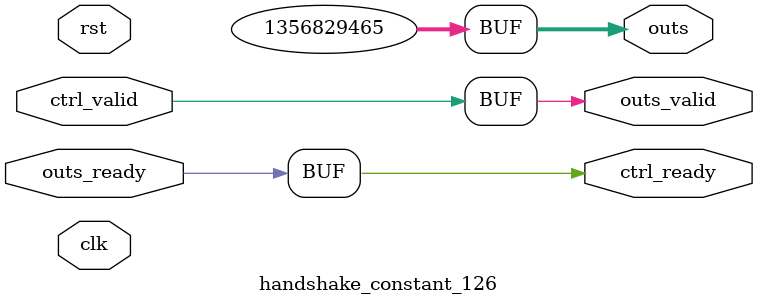
<source format=v>
`timescale 1ns / 1ps
module handshake_constant_126 #(
  parameter DATA_WIDTH = 32  // Default set to 32 bits
) (
  input                       clk,
  input                       rst,
  // Input Channel
  input                       ctrl_valid,
  output                      ctrl_ready,
  // Output Channel
  output [DATA_WIDTH - 1 : 0] outs,
  output                      outs_valid,
  input                       outs_ready
);
  assign outs       = 37'b0110101010000110111111001001100011001;
  assign outs_valid = ctrl_valid;
  assign ctrl_ready = outs_ready;

endmodule

</source>
